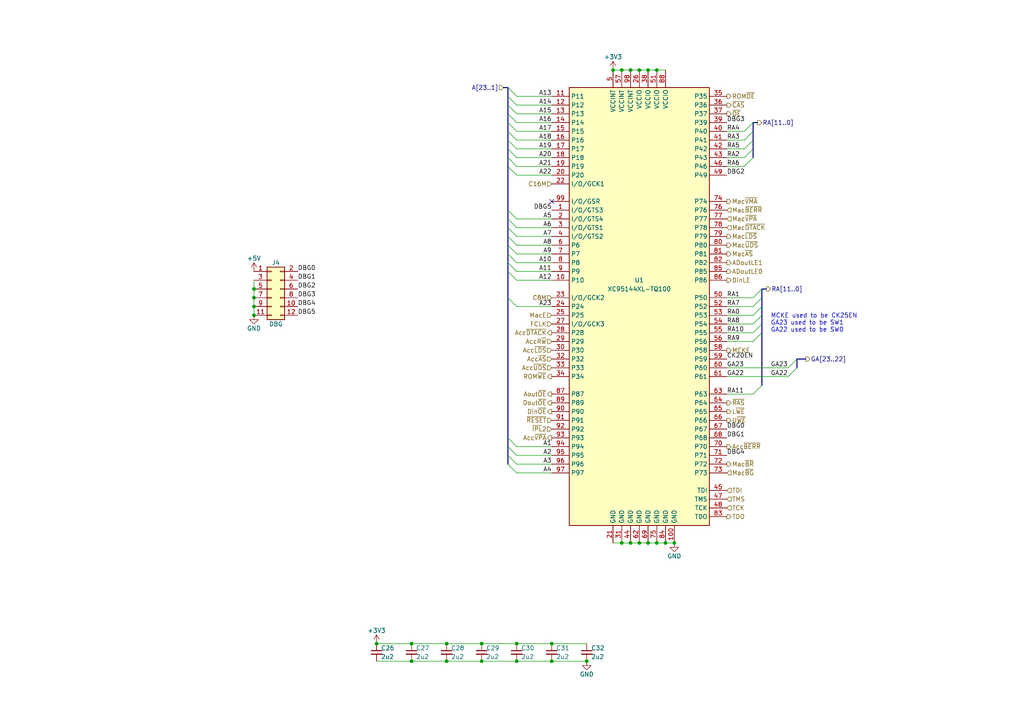
<source format=kicad_sch>
(kicad_sch (version 20231120) (generator "eeschema") (generator_version "8.0")
  (paper "A4")
  (title_block (title "WarpSE (GW4410A)") (date "2024-04-23") (rev "1.0") (company "Garrett's Workshop"))
  (lib_symbols
    (symbol "CPLD_Xilinx:XC95144XL-TQ100"
      (property "Reference" "U" (at -20.32 64.77 0))
      (property "Value" "XC95144XL-TQ100" (at -20.32 -64.77 0))
      (symbol "XC95144XL-TQ100_1_1"
        (rectangle (start -20.32 63.5) (end 20.32 -63.5) (stroke (width 0.254)) (fill (type background)))
        (pin bidirectional line (at -25.4 27.94 0) (length 5.08) (name "I/O/GTS3") (number "1"))
        (pin bidirectional line (at -25.4 7.62 0) (length 5.08) (name "P10") (number "10"))
        (pin power_in line (at 10.16 -68.58 90) (length 5.08) (name "GND") (number "100"))
        (pin bidirectional line (at -25.4 60.96 0) (length 5.08) (name "P11") (number "11"))
        (pin bidirectional line (at -25.4 58.42 0) (length 5.08) (name "P12") (number "12"))
        (pin bidirectional line (at -25.4 55.88 0) (length 5.08) (name "P13") (number "13"))
        (pin bidirectional line (at -25.4 53.34 0) (length 5.08) (name "P14") (number "14"))
        (pin bidirectional line (at -25.4 50.8 0) (length 5.08) (name "P15") (number "15"))
        (pin bidirectional line (at -25.4 48.26 0) (length 5.08) (name "P16") (number "16"))
        (pin bidirectional line (at -25.4 45.72 0) (length 5.08) (name "P17") (number "17"))
        (pin bidirectional line (at -25.4 43.18 0) (length 5.08) (name "P18") (number "18"))
        (pin bidirectional line (at -25.4 40.64 0) (length 5.08) (name "P19") (number "19"))
        (pin bidirectional line (at -25.4 25.4 0) (length 5.08) (name "I/O/GTS4") (number "2"))
        (pin bidirectional line (at -25.4 38.1 0) (length 5.08) (name "P20") (number "20"))
        (pin power_in line (at -7.62 -68.58 90) (length 5.08) (name "GND") (number "21"))
        (pin bidirectional line (at -25.4 35.56 0) (length 5.08) (name "I/O/GCK1") (number "22"))
        (pin bidirectional line (at -25.4 2.54 0) (length 5.08) (name "I/O/GCK2") (number "23"))
        (pin bidirectional line (at -25.4 0 0) (length 5.08) (name "P24") (number "24"))
        (pin bidirectional line (at -25.4 -2.54 0) (length 5.08) (name "P25") (number "25"))
        (pin power_in line (at 0 68.58 270) (length 5.08) (name "VCCIO") (number "26"))
        (pin bidirectional line (at -25.4 -5.08 0) (length 5.08) (name "I/O/GCK3") (number "27"))
        (pin bidirectional line (at -25.4 -7.62 0) (length 5.08) (name "P28") (number "28"))
        (pin bidirectional line (at -25.4 -10.16 0) (length 5.08) (name "P29") (number "29"))
        (pin bidirectional line (at -25.4 22.86 0) (length 5.08) (name "I/O/GTS1") (number "3"))
        (pin bidirectional line (at -25.4 -12.7 0) (length 5.08) (name "P30") (number "30"))
        (pin power_in line (at -5.08 -68.58 90) (length 5.08) (name "GND") (number "31"))
        (pin bidirectional line (at -25.4 -15.24 0) (length 5.08) (name "P32") (number "32"))
        (pin bidirectional line (at -25.4 -17.78 0) (length 5.08) (name "P33") (number "33"))
        (pin bidirectional line (at -25.4 -20.32 0) (length 5.08) (name "P34") (number "34"))
        (pin bidirectional line (at 25.4 60.96 180) (length 5.08) (name "P35") (number "35"))
        (pin bidirectional line (at 25.4 58.42 180) (length 5.08) (name "P36") (number "36"))
        (pin bidirectional line (at 25.4 55.88 180) (length 5.08) (name "P37") (number "37"))
        (pin power_in line (at 2.54 68.58 270) (length 5.08) (name "VCCIO") (number "38"))
        (pin bidirectional line (at 25.4 53.34 180) (length 5.08) (name "P39") (number "39"))
        (pin bidirectional line (at -25.4 20.32 0) (length 5.08) (name "I/O/GTS2") (number "4"))
        (pin bidirectional line (at 25.4 50.8 180) (length 5.08) (name "P40") (number "40"))
        (pin bidirectional line (at 25.4 48.26 180) (length 5.08) (name "P41") (number "41"))
        (pin bidirectional line (at 25.4 45.72 180) (length 5.08) (name "P42") (number "42"))
        (pin bidirectional line (at 25.4 43.18 180) (length 5.08) (name "P43") (number "43"))
        (pin power_in line (at -2.54 -68.58 90) (length 5.08) (name "GND") (number "44"))
        (pin input line (at 25.4 -53.34 180) (length 5.08) (name "TDI") (number "45"))
        (pin bidirectional line (at 25.4 40.64 180) (length 5.08) (name "P46") (number "46"))
        (pin input line (at 25.4 -55.88 180) (length 5.08) (name "TMS") (number "47"))
        (pin input line (at 25.4 -58.42 180) (length 5.08) (name "TCK") (number "48"))
        (pin bidirectional line (at 25.4 38.1 180) (length 5.08) (name "P49") (number "49"))
        (pin power_in line (at -7.62 68.58 270) (length 5.08) (name "VCCINT") (number "5"))
        (pin bidirectional line (at 25.4 2.54 180) (length 5.08) (name "P50") (number "50"))
        (pin power_in line (at 5.08 68.58 270) (length 5.08) (name "VCCIO") (number "51"))
        (pin bidirectional line (at 25.4 0 180) (length 5.08) (name "P52") (number "52"))
        (pin bidirectional line (at 25.4 -2.54 180) (length 5.08) (name "P53") (number "53"))
        (pin bidirectional line (at 25.4 -5.08 180) (length 5.08) (name "P54") (number "54"))
        (pin bidirectional line (at 25.4 -7.62 180) (length 5.08) (name "P55") (number "55"))
        (pin bidirectional line (at 25.4 -10.16 180) (length 5.08) (name "P56") (number "56"))
        (pin power_in line (at -5.08 68.58 270) (length 5.08) (name "VCCINT") (number "57"))
        (pin bidirectional line (at 25.4 -12.7 180) (length 5.08) (name "P58") (number "58"))
        (pin bidirectional line (at 25.4 -15.24 180) (length 5.08) (name "P59") (number "59"))
        (pin bidirectional line (at -25.4 17.78 0) (length 5.08) (name "P6") (number "6"))
        (pin bidirectional line (at 25.4 -17.78 180) (length 5.08) (name "P60") (number "60"))
        (pin bidirectional line (at 25.4 -20.32 180) (length 5.08) (name "P61") (number "61"))
        (pin power_in line (at 0 -68.58 90) (length 5.08) (name "GND") (number "62"))
        (pin bidirectional line (at 25.4 -25.4 180) (length 5.08) (name "P63") (number "63"))
        (pin bidirectional line (at 25.4 -27.94 180) (length 5.08) (name "P64") (number "64"))
        (pin bidirectional line (at 25.4 -30.48 180) (length 5.08) (name "P65") (number "65"))
        (pin bidirectional line (at 25.4 -33.02 180) (length 5.08) (name "P66") (number "66"))
        (pin bidirectional line (at 25.4 -35.56 180) (length 5.08) (name "P67") (number "67"))
        (pin bidirectional line (at 25.4 -38.1 180) (length 5.08) (name "P68") (number "68"))
        (pin power_in line (at 2.54 -68.58 90) (length 5.08) (name "GND") (number "69"))
        (pin bidirectional line (at -25.4 15.24 0) (length 5.08) (name "P7") (number "7"))
        (pin bidirectional line (at 25.4 -40.64 180) (length 5.08) (name "P70") (number "70"))
        (pin bidirectional line (at 25.4 -43.18 180) (length 5.08) (name "P71") (number "71"))
        (pin bidirectional line (at 25.4 -45.72 180) (length 5.08) (name "P72") (number "72"))
        (pin bidirectional line (at 25.4 -48.26 180) (length 5.08) (name "P73") (number "73"))
        (pin bidirectional line (at 25.4 30.48 180) (length 5.08) (name "P74") (number "74"))
        (pin power_in line (at 5.08 -68.58 90) (length 5.08) (name "GND") (number "75"))
        (pin bidirectional line (at 25.4 27.94 180) (length 5.08) (name "P76") (number "76"))
        (pin bidirectional line (at 25.4 25.4 180) (length 5.08) (name "P77") (number "77"))
        (pin bidirectional line (at 25.4 22.86 180) (length 5.08) (name "P78") (number "78"))
        (pin bidirectional line (at 25.4 20.32 180) (length 5.08) (name "P79") (number "79"))
        (pin bidirectional line (at -25.4 12.7 0) (length 5.08) (name "P8") (number "8"))
        (pin bidirectional line (at 25.4 17.78 180) (length 5.08) (name "P80") (number "80"))
        (pin bidirectional line (at 25.4 15.24 180) (length 5.08) (name "P81") (number "81"))
        (pin bidirectional line (at 25.4 12.7 180) (length 5.08) (name "P82") (number "82"))
        (pin output line (at 25.4 -60.96 180) (length 5.08) (name "TDO") (number "83"))
        (pin power_in line (at 7.62 -68.58 90) (length 5.08) (name "GND") (number "84"))
        (pin bidirectional line (at 25.4 10.16 180) (length 5.08) (name "P85") (number "85"))
        (pin bidirectional line (at 25.4 7.62 180) (length 5.08) (name "P86") (number "86"))
        (pin bidirectional line (at -25.4 -25.4 0) (length 5.08) (name "P87") (number "87"))
        (pin power_in line (at 7.62 68.58 270) (length 5.08) (name "VCCIO") (number "88"))
        (pin bidirectional line (at -25.4 -27.94 0) (length 5.08) (name "P89") (number "89"))
        (pin bidirectional line (at -25.4 10.16 0) (length 5.08) (name "P9") (number "9"))
        (pin bidirectional line (at -25.4 -30.48 0) (length 5.08) (name "P90") (number "90"))
        (pin bidirectional line (at -25.4 -33.02 0) (length 5.08) (name "P91") (number "91"))
        (pin bidirectional line (at -25.4 -35.56 0) (length 5.08) (name "P92") (number "92"))
        (pin bidirectional line (at -25.4 -38.1 0) (length 5.08) (name "P93") (number "93"))
        (pin bidirectional line (at -25.4 -40.64 0) (length 5.08) (name "P94") (number "94"))
        (pin bidirectional line (at -25.4 -43.18 0) (length 5.08) (name "P95") (number "95"))
        (pin bidirectional line (at -25.4 -45.72 0) (length 5.08) (name "P96") (number "96"))
        (pin bidirectional line (at -25.4 -48.26 0) (length 5.08) (name "P97") (number "97"))
        (pin power_in line (at -2.54 68.58 270) (length 5.08) (name "VCCINT") (number "98"))
        (pin bidirectional line (at -25.4 30.48 0) (length 5.08) (name "I/O/GSR") (number "99"))
      )
    )
    (symbol "Connector_Generic:Conn_02x06_Odd_Even" (pin_names (offset 1.016) hide)
      (property "Reference" "J" (at 1.27 7.62 0))
      (property "Value" "Conn_02x06_Odd_Even" (at 1.27 -10.16 0))
      (symbol "Conn_02x06_Odd_Even_1_1"
        (rectangle (start -1.27 -7.493) (end 0 -7.747) (stroke (width 0.1524)))
        (rectangle (start -1.27 -4.953) (end 0 -5.207) (stroke (width 0.1524)))
        (rectangle (start -1.27 -2.413) (end 0 -2.667) (stroke (width 0.1524)))
        (rectangle (start -1.27 0.127) (end 0 -0.127) (stroke (width 0.1524)))
        (rectangle (start -1.27 2.667) (end 0 2.413) (stroke (width 0.1524)))
        (rectangle (start -1.27 5.207) (end 0 4.953) (stroke (width 0.1524)))
        (rectangle (start -1.27 6.35) (end 3.81 -8.89) (stroke (width 0.254)) (fill (type background)))
        (rectangle (start 3.81 -7.493) (end 2.54 -7.747) (stroke (width 0.1524)))
        (rectangle (start 3.81 -4.953) (end 2.54 -5.207) (stroke (width 0.1524)))
        (rectangle (start 3.81 -2.413) (end 2.54 -2.667) (stroke (width 0.1524)))
        (rectangle (start 3.81 0.127) (end 2.54 -0.127) (stroke (width 0.1524)))
        (rectangle (start 3.81 2.667) (end 2.54 2.413) (stroke (width 0.1524)))
        (rectangle (start 3.81 5.207) (end 2.54 4.953) (stroke (width 0.1524)))
        (pin passive line (at -5.08 5.08 0) (length 3.81) (name "Pin_1") (number "1"))
        (pin passive line (at 7.62 -5.08 180) (length 3.81) (name "Pin_10") (number "10"))
        (pin passive line (at -5.08 -7.62 0) (length 3.81) (name "Pin_11") (number "11"))
        (pin passive line (at 7.62 -7.62 180) (length 3.81) (name "Pin_12") (number "12"))
        (pin passive line (at 7.62 5.08 180) (length 3.81) (name "Pin_2") (number "2"))
        (pin passive line (at -5.08 2.54 0) (length 3.81) (name "Pin_3") (number "3"))
        (pin passive line (at 7.62 2.54 180) (length 3.81) (name "Pin_4") (number "4"))
        (pin passive line (at -5.08 0 0) (length 3.81) (name "Pin_5") (number "5"))
        (pin passive line (at 7.62 0 180) (length 3.81) (name "Pin_6") (number "6"))
        (pin passive line (at -5.08 -2.54 0) (length 3.81) (name "Pin_7") (number "7"))
        (pin passive line (at 7.62 -2.54 180) (length 3.81) (name "Pin_8") (number "8"))
        (pin passive line (at -5.08 -5.08 0) (length 3.81) (name "Pin_9") (number "9"))
      )
    )
    (symbol "Device:C_Small" (pin_numbers hide) (pin_names (offset 0.254) hide)
      (property "Reference" "C" (at 0.254 1.778 0))
      (property "Value" "C_Small" (at 0.254 -2.032 0))
      (symbol "C_Small_0_1"
        (polyline (pts (xy -1.524 -0.508) (xy 1.524 -0.508)) (stroke (width 0.3302)))
        (polyline (pts (xy -1.524 0.508) (xy 1.524 0.508)) (stroke (width 0.3048)))
      )
      (symbol "C_Small_1_1"
        (pin passive line (at 0 2.54 270) (length 2.032) (name "~") (number "1"))
        (pin passive line (at 0 -2.54 90) (length 2.032) (name "~") (number "2"))
      )
    )
    (symbol "power:+3V3" (power) (pin_names (offset 0))
      (property "Value" "+3V3" (at 0 3.556 0))
      (symbol "+3V3_0_1"
        (polyline (pts (xy -0.762 1.27) (xy 0 2.54)))
        (polyline (pts (xy 0 0) (xy 0 2.54)))
        (polyline (pts (xy 0 2.54) (xy 0.762 1.27)))
      )
      (symbol "+3V3_1_1"
        (pin power_in line (at 0 0 90) (length 0) hide (name "+3V3") (number "1"))
      )
    )
    (symbol "power:+5V" (power) (pin_names (offset 0))
      (property "Value" "+5V" (at 0 3.556 0))
      (symbol "+5V_0_1"
        (polyline (pts (xy -0.762 1.27) (xy 0 2.54)))
        (polyline (pts (xy 0 0) (xy 0 2.54)))
        (polyline (pts (xy 0 2.54) (xy 0.762 1.27)))
      )
      (symbol "+5V_1_1"
        (pin power_in line (at 0 0 90) (length 0) hide (name "+5V") (number "1"))
      )
    )
    (symbol "power:GND" (power) (pin_names (offset 0))
      (property "Value" "GND" (at 0 -3.81 0))
      (symbol "GND_0_1"
        (polyline (pts (xy 0 0) (xy 0 -1.27) (xy 1.27 -1.27) (xy 0 -2.54) (xy -1.27 -1.27) (xy 0 -1.27)))
      )
      (symbol "GND_1_1"
        (pin power_in line (at 0 0 270) (length 0) hide (name "GND") (number "1"))
      )
    )
  )
  (junction (at 119.38 191.77))
  (junction (at 193.04 157.48))
  (junction (at 129.54 191.77))
  (junction (at 180.34 157.48))
  (junction (at 177.8 20.32))
  (junction (at 139.7 191.77))
  (junction (at 139.7 186.69))
  (junction (at 187.96 157.48))
  (junction (at 182.88 157.48))
  (junction (at 73.66 86.36))
  (junction (at 73.66 91.44))
  (junction (at 119.38 186.69))
  (junction (at 185.42 20.32))
  (junction (at 160.02 186.69))
  (junction (at 73.66 88.9))
  (junction (at 182.88 20.32))
  (junction (at 109.22 186.69))
  (junction (at 195.58 157.48))
  (junction (at 187.96 20.32))
  (junction (at 180.34 20.32))
  (junction (at 149.86 191.77))
  (junction (at 73.66 83.82))
  (junction (at 190.5 157.48))
  (junction (at 149.86 186.69))
  (junction (at 185.42 157.48))
  (junction (at 170.18 191.77))
  (junction (at 160.02 191.77))
  (junction (at 129.54 186.69))
  (junction (at 190.5 20.32))
  (no_connect (at 160.02 58.42))
  (bus_entry (at 147.32 63.5) (size 2.54 2.54))
  (bus_entry (at 147.32 129.54) (size 2.54 2.54))
  (bus_entry (at 147.32 71.12) (size 2.54 2.54))
  (bus_entry (at 147.32 27.94) (size 2.54 2.54))
  (bus_entry (at 147.32 35.56) (size 2.54 2.54))
  (bus_entry (at 220.98 93.98) (size -2.54 2.54))
  (bus_entry (at 218.44 43.18) (size -2.54 2.54))
  (bus_entry (at 147.32 25.4) (size 2.54 2.54))
  (bus_entry (at 147.32 30.48) (size 2.54 2.54))
  (bus_entry (at 147.32 45.72) (size 2.54 2.54))
  (bus_entry (at 220.98 96.52) (size -2.54 2.54))
  (bus_entry (at 147.32 48.26) (size 2.54 2.54))
  (bus_entry (at 218.44 45.72) (size -2.54 2.54))
  (bus_entry (at 220.98 88.9) (size -2.54 2.54))
  (bus_entry (at 147.32 73.66) (size 2.54 2.54))
  (bus_entry (at 220.98 83.82) (size -2.54 2.54))
  (bus_entry (at 218.44 38.1) (size -2.54 2.54))
  (bus_entry (at 218.44 35.56) (size -2.54 2.54))
  (bus_entry (at 147.32 86.36) (size 2.54 2.54))
  (bus_entry (at 147.32 127) (size 2.54 2.54))
  (bus_entry (at 147.32 78.74) (size 2.54 2.54))
  (bus_entry (at 147.32 76.2) (size 2.54 2.54))
  (bus_entry (at 147.32 68.58) (size 2.54 2.54))
  (bus_entry (at 147.32 33.02) (size 2.54 2.54))
  (bus_entry (at 147.32 40.64) (size 2.54 2.54))
  (bus_entry (at 218.44 40.64) (size -2.54 2.54))
  (bus_entry (at 147.32 132.08) (size 2.54 2.54))
  (bus_entry (at 147.32 38.1) (size 2.54 2.54))
  (bus_entry (at 220.98 91.44) (size -2.54 2.54))
  (bus_entry (at 231.14 106.68) (size -2.54 2.54))
  (bus_entry (at 147.32 134.62) (size 2.54 2.54))
  (bus_entry (at 147.32 60.96) (size 2.54 2.54))
  (bus_entry (at 220.98 111.76) (size -2.54 2.54))
  (bus_entry (at 220.98 86.36) (size -2.54 2.54))
  (bus_entry (at 231.14 104.14) (size -2.54 2.54))
  (bus_entry (at 147.32 66.04) (size 2.54 2.54))
  (bus_entry (at 147.32 43.18) (size 2.54 2.54))
  (wire (pts (xy 210.82 93.98) (xy 218.44 93.98)))
  (wire (pts (xy 210.82 43.18) (xy 215.9 43.18)))
  (wire (pts (xy 182.88 20.32) (xy 185.42 20.32)))
  (bus (pts (xy 147.32 127) (xy 147.32 129.54)))
  (bus (pts (xy 147.32 27.94) (xy 147.32 30.48)))
  (bus (pts (xy 147.32 38.1) (xy 147.32 40.64)))
  (wire (pts (xy 73.66 81.28) (xy 73.66 83.82)))
  (wire (pts (xy 160.02 33.02) (xy 149.86 33.02)))
  (wire (pts (xy 160.02 35.56) (xy 149.86 35.56)))
  (wire (pts (xy 185.42 20.32) (xy 187.96 20.32)))
  (wire (pts (xy 160.02 45.72) (xy 149.86 45.72)))
  (bus (pts (xy 147.32 73.66) (xy 147.32 76.2)))
  (wire (pts (xy 109.22 186.69) (xy 119.38 186.69)))
  (bus (pts (xy 220.98 96.52) (xy 220.98 111.76)))
  (wire (pts (xy 160.02 50.8) (xy 149.86 50.8)))
  (wire (pts (xy 160.02 81.28) (xy 149.86 81.28)))
  (wire (pts (xy 160.02 76.2) (xy 149.86 76.2)))
  (wire (pts (xy 119.38 186.69) (xy 129.54 186.69)))
  (bus (pts (xy 147.32 48.26) (xy 147.32 60.96)))
  (bus (pts (xy 147.32 25.4) (xy 146.05 25.4)))
  (wire (pts (xy 210.82 106.68) (xy 228.6 106.68)))
  (bus (pts (xy 147.32 71.12) (xy 147.32 73.66)))
  (wire (pts (xy 160.02 30.48) (xy 149.86 30.48)))
  (wire (pts (xy 160.02 48.26) (xy 149.86 48.26)))
  (bus (pts (xy 220.98 83.82) (xy 220.98 86.36)))
  (wire (pts (xy 160.02 186.69) (xy 170.18 186.69)))
  (bus (pts (xy 147.32 45.72) (xy 147.32 48.26)))
  (bus (pts (xy 147.32 40.64) (xy 147.32 43.18)))
  (wire (pts (xy 160.02 78.74) (xy 149.86 78.74)))
  (wire (pts (xy 210.82 38.1) (xy 215.9 38.1)))
  (bus (pts (xy 218.44 35.56) (xy 218.44 38.1)))
  (wire (pts (xy 149.86 137.16) (xy 160.02 137.16)))
  (bus (pts (xy 218.44 40.64) (xy 218.44 43.18)))
  (bus (pts (xy 231.14 104.14) (xy 233.68 104.14)))
  (bus (pts (xy 147.32 25.4) (xy 147.32 27.94)))
  (wire (pts (xy 139.7 191.77) (xy 149.86 191.77)))
  (bus (pts (xy 220.98 86.36) (xy 220.98 88.9)))
  (wire (pts (xy 160.02 38.1) (xy 149.86 38.1)))
  (wire (pts (xy 218.44 96.52) (xy 210.82 96.52)))
  (wire (pts (xy 73.66 83.82) (xy 73.66 86.36)))
  (bus (pts (xy 147.32 43.18) (xy 147.32 45.72)))
  (bus (pts (xy 147.32 33.02) (xy 147.32 35.56)))
  (bus (pts (xy 218.44 38.1) (xy 218.44 40.64)))
  (wire (pts (xy 160.02 40.64) (xy 149.86 40.64)))
  (wire (pts (xy 187.96 157.48) (xy 185.42 157.48)))
  (wire (pts (xy 210.82 109.22) (xy 228.6 109.22)))
  (bus (pts (xy 147.32 60.96) (xy 147.32 63.5)))
  (wire (pts (xy 73.66 91.44) (xy 73.66 88.9)))
  (wire (pts (xy 160.02 66.04) (xy 149.86 66.04)))
  (wire (pts (xy 73.66 86.36) (xy 73.66 88.9)))
  (wire (pts (xy 210.82 88.9) (xy 218.44 88.9)))
  (wire (pts (xy 210.82 99.06) (xy 218.44 99.06)))
  (wire (pts (xy 129.54 186.69) (xy 139.7 186.69)))
  (wire (pts (xy 210.82 45.72) (xy 215.9 45.72)))
  (wire (pts (xy 160.02 191.77) (xy 170.18 191.77)))
  (wire (pts (xy 160.02 68.58) (xy 149.86 68.58)))
  (wire (pts (xy 139.7 186.69) (xy 149.86 186.69)))
  (wire (pts (xy 210.82 40.64) (xy 215.9 40.64)))
  (bus (pts (xy 147.32 63.5) (xy 147.32 66.04)))
  (bus (pts (xy 147.32 68.58) (xy 147.32 71.12)))
  (wire (pts (xy 149.86 186.69) (xy 160.02 186.69)))
  (wire (pts (xy 210.82 48.26) (xy 215.9 48.26)))
  (wire (pts (xy 149.86 191.77) (xy 160.02 191.77)))
  (bus (pts (xy 147.32 132.08) (xy 147.32 134.62)))
  (bus (pts (xy 147.32 78.74) (xy 147.32 86.36)))
  (bus (pts (xy 147.32 35.56) (xy 147.32 38.1)))
  (wire (pts (xy 185.42 157.48) (xy 182.88 157.48)))
  (wire (pts (xy 193.04 157.48) (xy 190.5 157.48)))
  (wire (pts (xy 160.02 43.18) (xy 149.86 43.18)))
  (wire (pts (xy 149.86 129.54) (xy 160.02 129.54)))
  (wire (pts (xy 119.38 191.77) (xy 129.54 191.77)))
  (wire (pts (xy 160.02 71.12) (xy 149.86 71.12)))
  (wire (pts (xy 109.22 191.77) (xy 119.38 191.77)))
  (wire (pts (xy 210.82 86.36) (xy 218.44 86.36)))
  (bus (pts (xy 218.44 43.18) (xy 218.44 45.72)))
  (bus (pts (xy 220.98 88.9) (xy 220.98 91.44)))
  (bus (pts (xy 147.32 129.54) (xy 147.32 132.08)))
  (bus (pts (xy 147.32 86.36) (xy 147.32 127)))
  (bus (pts (xy 231.14 106.68) (xy 231.14 104.14)))
  (wire (pts (xy 160.02 63.5) (xy 149.86 63.5)))
  (wire (pts (xy 149.86 132.08) (xy 160.02 132.08)))
  (wire (pts (xy 149.86 134.62) (xy 160.02 134.62)))
  (wire (pts (xy 218.44 91.44) (xy 210.82 91.44)))
  (wire (pts (xy 160.02 27.94) (xy 149.86 27.94)))
  (wire (pts (xy 182.88 157.48) (xy 180.34 157.48)))
  (wire (pts (xy 190.5 157.48) (xy 187.96 157.48)))
  (bus (pts (xy 147.32 76.2) (xy 147.32 78.74)))
  (bus (pts (xy 147.32 30.48) (xy 147.32 33.02)))
  (wire (pts (xy 210.82 114.3) (xy 218.44 114.3)))
  (bus (pts (xy 218.44 35.56) (xy 219.71 35.56)))
  (bus (pts (xy 220.98 91.44) (xy 220.98 93.98)))
  (wire (pts (xy 187.96 20.32) (xy 190.5 20.32)))
  (wire (pts (xy 160.02 88.9) (xy 149.86 88.9)))
  (wire (pts (xy 190.5 20.32) (xy 193.04 20.32)))
  (wire (pts (xy 177.8 20.32) (xy 180.34 20.32)))
  (wire (pts (xy 180.34 157.48) (xy 177.8 157.48)))
  (wire (pts (xy 195.58 157.48) (xy 193.04 157.48)))
  (wire (pts (xy 129.54 191.77) (xy 139.7 191.77)))
  (wire (pts (xy 160.02 73.66) (xy 149.86 73.66)))
  (bus (pts (xy 220.98 83.82) (xy 222.25 83.82)))
  (bus (pts (xy 220.98 93.98) (xy 220.98 96.52)))
  (bus (pts (xy 147.32 66.04) (xy 147.32 68.58)))
  (wire (pts (xy 180.34 20.32) (xy 182.88 20.32)))
  (text "MCKE used to be CK25EN\nGA23 used to be SW1\nGA22 used to be SW0" (at 223.52 96.52 0) (effects (font (size 1.27 1.27)) (justify left bottom)))
  (label "DBG3" (at 210.82 35.56 0))
  (label "DBG5" (at 86.36 91.44 0))
  (label "RA11" (at 210.82 114.3 0))
  (label "A8" (at 160.02 71.12 180))
  (label "A23" (at 160.02 88.9 180))
  (label "DBG1" (at 86.36 81.28 0))
  (label "A5" (at 160.02 63.5 180))
  (label "RA2" (at 210.82 45.72 0))
  (label "A15" (at 160.02 33.02 180))
  (label "RA10" (at 210.82 96.52 0))
  (label "RA1" (at 210.82 86.36 0))
  (label "A17" (at 160.02 38.1 180))
  (label "RA4" (at 210.82 38.1 0))
  (label "DBG5" (at 160.02 60.96 180))
  (label "A16" (at 160.02 35.56 180))
  (label "GA22" (at 223.52 109.22 0))
  (label "A7" (at 160.02 68.58 180))
  (label "A10" (at 160.02 76.2 180))
  (label "DBG1" (at 210.82 127 0))
  (label "A9" (at 160.02 73.66 180))
  (label "A21" (at 160.02 48.26 180))
  (label "RA3" (at 210.82 40.64 0))
  (label "A20" (at 160.02 45.72 180))
  (label "A3" (at 160.02 134.62 180))
  (label "A13" (at 160.02 27.94 180))
  (label "DBG2" (at 210.82 50.8 0))
  (label "DBG4" (at 210.82 132.08 0))
  (label "GA22" (at 210.82 109.22 0))
  (label "A22" (at 160.02 50.8 180))
  (label "RA6" (at 210.82 48.26 0))
  (label "A14" (at 160.02 30.48 180))
  (label "RA7" (at 210.82 88.9 0))
  (label "DBG0" (at 210.82 124.46 0))
  (label "A11" (at 160.02 78.74 180))
  (label "DBG0" (at 86.36 78.74 0))
  (label "A18" (at 160.02 40.64 180))
  (label "A6" (at 160.02 66.04 180))
  (label "RA0" (at 210.82 91.44 0))
  (label "CK20EN" (at 210.82 104.14 0))
  (label "RA8" (at 210.82 93.98 0))
  (label "RA9" (at 210.82 99.06 0))
  (label "A1" (at 160.02 129.54 180))
  (label "DBG2" (at 86.36 83.82 0))
  (label "A4" (at 160.02 137.16 180))
  (label "A2" (at 160.02 132.08 180))
  (label "A12" (at 160.02 81.28 180))
  (label "DBG4" (at 86.36 88.9 0))
  (label "A19" (at 160.02 43.18 180))
  (label "GA23" (at 210.82 106.68 0))
  (label "RA5" (at 210.82 43.18 0))
  (label "GA23" (at 223.52 106.68 0))
  (label "DBG3" (at 86.36 86.36 0))
  (hierarchical_label "A[23..1]" (shape input) (at 146.05 25.4 180))
  (hierarchical_label "Dout~{OE}" (shape output) (at 160.02 116.84 180))
  (hierarchical_label "AccR~{W}" (shape input) (at 160.02 99.06 180))
  (hierarchical_label "TCK" (shape input) (at 210.82 147.32 0))
  (hierarchical_label "ROM~{WE}" (shape output) (at 160.02 109.22 180))
  (hierarchical_label "~{RAS}" (shape output) (at 210.82 116.84 0))
  (hierarchical_label "Mac~{BG}" (shape input) (at 210.82 137.16 0))
  (hierarchical_label "Acc~{UDS}" (shape input) (at 160.02 106.68 180))
  (hierarchical_label "Din~{OE}" (shape output) (at 160.02 119.38 180))
  (hierarchical_label "L~{WE}" (shape output) (at 210.82 119.38 0))
  (hierarchical_label "TDO" (shape output) (at 210.82 149.86 0))
  (hierarchical_label "Mac~{DTACK}" (shape input) (at 210.82 66.04 0))
  (hierarchical_label "TDI" (shape input) (at 210.82 142.24 0))
  (hierarchical_label "Mac~{VMA}" (shape output) (at 210.82 58.42 0))
  (hierarchical_label "~{OE}" (shape output) (at 210.82 33.02 0))
  (hierarchical_label "ADoutLE1" (shape output) (at 210.82 76.2 0))
  (hierarchical_label "Mac~{UDS}" (shape output) (at 210.82 71.12 0))
  (hierarchical_label "ADoutLE0" (shape output) (at 210.82 78.74 0))
  (hierarchical_label "Acc~{AS}" (shape input) (at 160.02 104.14 180))
  (hierarchical_label "Acc~{VPA}" (shape output) (at 160.02 127 180))
  (hierarchical_label "DinLE" (shape output) (at 210.82 81.28 0))
  (hierarchical_label "C8M" (shape input) (at 160.02 86.36 180))
  (hierarchical_label "MCKE" (shape output) (at 210.82 101.6 0))
  (hierarchical_label "ROM~{OE}" (shape output) (at 210.82 27.94 0))
  (hierarchical_label "TMS" (shape input) (at 210.82 144.78 0))
  (hierarchical_label "~{IPL}2" (shape input) (at 160.02 124.46 180))
  (hierarchical_label "GA[23..22]" (shape output) (at 233.68 104.14 0))
  (hierarchical_label "Mac~{BERR}" (shape input) (at 210.82 60.96 0))
  (hierarchical_label "Acc~{LDS}" (shape input) (at 160.02 101.6 180))
  (hierarchical_label "Acc~{DTACK}" (shape output) (at 160.02 96.52 180))
  (hierarchical_label "C16M" (shape input) (at 160.02 53.34 180))
  (hierarchical_label "FCLK" (shape input) (at 160.02 93.98 180))
  (hierarchical_label "Mac~{VPA}" (shape input) (at 210.82 63.5 0))
  (hierarchical_label "MacE" (shape input) (at 160.02 91.44 180))
  (hierarchical_label "Mac~{BR}" (shape output) (at 210.82 134.62 0))
  (hierarchical_label "Mac~{AS}" (shape output) (at 210.82 73.66 0))
  (hierarchical_label "~{CAS}" (shape output) (at 210.82 30.48 0))
  (hierarchical_label "Aout~{OE}" (shape output) (at 160.02 114.3 180))
  (hierarchical_label "RA[11..0]" (shape output) (at 219.71 35.56 0))
  (hierarchical_label "Acc~{BERR}" (shape output) (at 210.82 129.54 0))
  (hierarchical_label "~{RESET}" (shape input) (at 160.02 121.92 180))
  (hierarchical_label "U~{WE}" (shape output) (at 210.82 121.92 0))
  (hierarchical_label "RA[11..0]" (shape output) (at 222.25 83.82 0))
  (hierarchical_label "Mac~{LDS}" (shape output) (at 210.82 68.58 0))
  (symbol (lib_id "Device:C_Small") (at 119.38 189.23 0) (unit 1)
    (property "Reference" "C27" (at 120.65 187.96 0) (effects (justify left)))
    (property "Value" "2u2" (at 120.65 190.5 0) (effects (justify left)))
    (property "Footprint" "stdpads:C_0603" (effects (hide yes)))
    (property "LCSC Part" "C23630" (effects (hide yes)))
  )
  (symbol (lib_id "Device:C_Small") (at 129.54 189.23 0) (unit 1)
    (property "Reference" "C28" (at 130.81 187.96 0) (effects (justify left)))
    (property "Value" "2u2" (at 130.81 190.5 0) (effects (justify left)))
    (property "Footprint" "stdpads:C_0603" (effects (hide yes)))
    (property "LCSC Part" "C23630" (effects (hide yes)))
  )
  (symbol (lib_id "Device:C_Small") (at 139.7 189.23 0) (unit 1)
    (property "Reference" "C29" (at 140.97 187.96 0) (effects (justify left)))
    (property "Value" "2u2" (at 140.97 190.5 0) (effects (justify left)))
    (property "Footprint" "stdpads:C_0603" (effects (hide yes)))
    (property "LCSC Part" "C23630" (effects (hide yes)))
  )
  (symbol (lib_id "power:+3V3") (at 109.22 186.69 0) (unit 1)
    (property "Reference" "#PWR0158" (effects (hide yes)))
    (property "Value" "+3V3" (at 109.22 182.88 0))
  )
  (symbol (lib_id "Device:C_Small") (at 109.22 189.23 0) (unit 1)
    (property "Reference" "C26" (at 110.49 187.96 0) (effects (justify left)))
    (property "Value" "2u2" (at 110.49 190.5 0) (effects (justify left)))
    (property "Footprint" "stdpads:C_0603" (effects (hide yes)))
    (property "LCSC Part" "C23630" (effects (hide yes)))
  )
  (symbol (lib_id "Device:C_Small") (at 160.02 189.23 0) (unit 1)
    (property "Reference" "C31" (at 161.29 187.96 0) (effects (justify left)))
    (property "Value" "2u2" (at 161.29 190.5 0) (effects (justify left)))
    (property "Footprint" "stdpads:C_0603" (effects (hide yes)))
    (property "LCSC Part" "C23630" (effects (hide yes)))
  )
  (symbol (lib_id "Device:C_Small") (at 149.86 189.23 0) (unit 1)
    (property "Reference" "C30" (at 151.13 187.96 0) (effects (justify left)))
    (property "Value" "2u2" (at 151.13 190.5 0) (effects (justify left)))
    (property "Footprint" "stdpads:C_0603" (effects (hide yes)))
    (property "LCSC Part" "C23630" (effects (hide yes)))
  )
  (symbol (lib_id "power:GND") (at 170.18 191.77 0) (mirror y) (unit 1)
    (property "Reference" "#PWR0159" (effects (hide yes)))
    (property "Value" "GND" (at 170.18 195.58 0))
  )
  (symbol (lib_id "Device:C_Small") (at 170.18 189.23 0) (unit 1)
    (property "Reference" "C32" (at 171.45 187.96 0) (effects (justify left)))
    (property "Value" "2u2" (at 171.45 190.5 0) (effects (justify left)))
    (property "Footprint" "stdpads:C_0603" (effects (hide yes)))
    (property "LCSC Part" "C23630" (effects (hide yes)))
  )
  (symbol (lib_id "power:+3V3") (at 177.8 20.32 0) (unit 1)
    (property "Reference" "#PWR0160" (effects (hide yes)))
    (property "Value" "+3V3" (at 177.8 16.51 0))
  )
  (symbol (lib_id "power:GND") (at 195.58 157.48 0) (unit 1)
    (property "Reference" "#PWR0161" (effects (hide yes)))
    (property "Value" "GND" (at 195.58 161.29 0))
  )
  (symbol (lib_id "CPLD_Xilinx:XC95144XL-TQ100") (at 185.42 88.9 0) (unit 1)
    (property "Reference" "U1" (at 185.42 81.28 0))
    (property "Value" "XC95144XL-TQ100" (at 185.42 83.82 0))
    (property "Footprint" "stdpads:TQFP-100_14x14mm_P0.5mm" (effects (hide yes)))
    (property "LCSC Part" "C45126" (effects (hide yes)))
  )
  (symbol (lib_id "power:+5V") (at 73.66 78.74 0) (unit 1)
    (property "Reference" "#PWR07" (effects (hide yes)))
    (property "Value" "+5V" (at 73.66 74.93 0))
  )
  (symbol (lib_id "power:GND") (at 73.66 91.44 0) (unit 1)
    (property "Reference" "#PWR024" (effects (hide yes)))
    (property "Value" "GND" (at 73.66 95.25 0))
  )
  (symbol (lib_id "Connector_Generic:Conn_02x06_Odd_Even") (at 78.74 83.82 0) (unit 1)
    (property "Reference" "J4" (at 80.01 76.2 0))
    (property "Value" "DBG" (at 80.01 93.98 0))
    (property "Footprint" "stdpads:PinHeader_2x06_P2.54mm_Vertical" (effects (hide yes)))
  )
)
</source>
